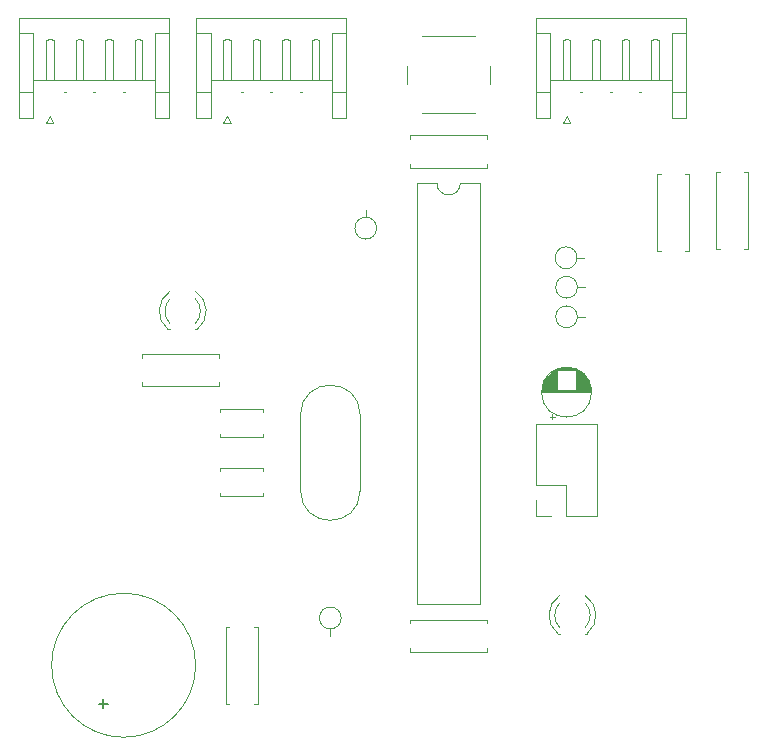
<source format=gbr>
%TF.GenerationSoftware,KiCad,Pcbnew,6.0.10-86aedd382b~118~ubuntu20.04.1*%
%TF.CreationDate,2023-02-11T18:46:26+05:30*%
%TF.ProjectId,motor controller,6d6f746f-7220-4636-9f6e-74726f6c6c65,rev?*%
%TF.SameCoordinates,Original*%
%TF.FileFunction,Legend,Top*%
%TF.FilePolarity,Positive*%
%FSLAX46Y46*%
G04 Gerber Fmt 4.6, Leading zero omitted, Abs format (unit mm)*
G04 Created by KiCad (PCBNEW 6.0.10-86aedd382b~118~ubuntu20.04.1) date 2023-02-11 18:46:26*
%MOMM*%
%LPD*%
G01*
G04 APERTURE LIST*
%ADD10C,0.150000*%
%ADD11C,0.120000*%
G04 APERTURE END LIST*
D10*
%TO.C,BZ1*%
X73271428Y-108630952D02*
X73271428Y-107869047D01*
X73652380Y-108250000D02*
X72890476Y-108250000D01*
D11*
%TO.C,R1*%
X105770000Y-62870000D02*
X99230000Y-62870000D01*
X105770000Y-62540000D02*
X105770000Y-62870000D01*
X105770000Y-60460000D02*
X105770000Y-60130000D01*
X99230000Y-62870000D02*
X99230000Y-62540000D01*
X99230000Y-60130000D02*
X99230000Y-60460000D01*
X105770000Y-60130000D02*
X99230000Y-60130000D01*
%TO.C,R3*%
X76540000Y-81040000D02*
X76540000Y-81370000D01*
X76540000Y-78960000D02*
X76540000Y-78630000D01*
X83080000Y-78630000D02*
X83080000Y-78960000D01*
X83080000Y-81370000D02*
X83080000Y-81040000D01*
X76540000Y-78630000D02*
X83080000Y-78630000D01*
X76540000Y-81370000D02*
X83080000Y-81370000D01*
%TO.C,J2*%
X122610000Y-50222500D02*
X122610000Y-58642500D01*
X112500000Y-51942500D02*
X112820000Y-52022500D01*
X119680000Y-52022500D02*
X120000000Y-51942500D01*
X115320000Y-52022500D02*
X115320000Y-55442500D01*
X109890000Y-51442500D02*
X111110000Y-51442500D01*
X122610000Y-51442500D02*
X121390000Y-51442500D01*
X111110000Y-56442500D02*
X109890000Y-56442500D01*
X120320000Y-52022500D02*
X120320000Y-55442500D01*
X120320000Y-55442500D02*
X120000000Y-55442500D01*
X115000000Y-51942500D02*
X115320000Y-52022500D01*
X112200000Y-59132500D02*
X112800000Y-59132500D01*
X120000000Y-51942500D02*
X120320000Y-52022500D01*
X109890000Y-58642500D02*
X109890000Y-50222500D01*
X117180000Y-55442500D02*
X117180000Y-52022500D01*
X111110000Y-58642500D02*
X109890000Y-58642500D01*
X112800000Y-59132500D02*
X112500000Y-58532500D01*
X111110000Y-51442500D02*
X111110000Y-56442500D01*
X114680000Y-55442500D02*
X114680000Y-52022500D01*
X112180000Y-55442500D02*
X112180000Y-52022500D01*
X114680000Y-52022500D02*
X115000000Y-51942500D01*
X112820000Y-55442500D02*
X112500000Y-55442500D01*
X112500000Y-55442500D02*
X112180000Y-55442500D01*
X113670000Y-56442500D02*
X113830000Y-56442500D01*
X118670000Y-56442500D02*
X118830000Y-56442500D01*
X117820000Y-52022500D02*
X117820000Y-55442500D01*
X117820000Y-55442500D02*
X117500000Y-55442500D01*
X121390000Y-56442500D02*
X122610000Y-56442500D01*
X117180000Y-52022500D02*
X117500000Y-51942500D01*
X112820000Y-52022500D02*
X112820000Y-55442500D01*
X117500000Y-51942500D02*
X117820000Y-52022500D01*
X121390000Y-58642500D02*
X121390000Y-56442500D01*
X112180000Y-52022500D02*
X112500000Y-51942500D01*
X112500000Y-58532500D02*
X112200000Y-59132500D01*
X115320000Y-55442500D02*
X115000000Y-55442500D01*
X109890000Y-50222500D02*
X122610000Y-50222500D01*
X119680000Y-55442500D02*
X119680000Y-52022500D01*
X121390000Y-51442500D02*
X121390000Y-56442500D01*
X116170000Y-56442500D02*
X116330000Y-56442500D01*
X117500000Y-55442500D02*
X117180000Y-55442500D01*
X115000000Y-55442500D02*
X114680000Y-55442500D01*
X111110000Y-55442500D02*
X121390000Y-55442500D01*
X122610000Y-58642500D02*
X121390000Y-58642500D01*
X120000000Y-55442500D02*
X119680000Y-55442500D01*
X111110000Y-56442500D02*
X111110000Y-58642500D01*
%TO.C,R11*%
X120130000Y-69960000D02*
X120130000Y-63420000D01*
X122870000Y-69960000D02*
X122870000Y-63420000D01*
X120460000Y-69960000D02*
X120130000Y-69960000D01*
X120130000Y-63420000D02*
X120460000Y-63420000D01*
X122870000Y-63420000D02*
X122540000Y-63420000D01*
X122540000Y-69960000D02*
X122870000Y-69960000D01*
%TO.C,R10*%
X127870000Y-63230000D02*
X127540000Y-63230000D01*
X125460000Y-69770000D02*
X125130000Y-69770000D01*
X127870000Y-69770000D02*
X127870000Y-63230000D01*
X125130000Y-69770000D02*
X125130000Y-63230000D01*
X127540000Y-69770000D02*
X127870000Y-69770000D01*
X125130000Y-63230000D02*
X125460000Y-63230000D01*
%TO.C,D2*%
X111764000Y-102330000D02*
X111920000Y-102330000D01*
X114080000Y-102330000D02*
X114236000Y-102330000D01*
X114080000Y-101810961D02*
G75*
G03*
X114079837Y-99728870I-1080000J1040961D01*
G01*
X111921392Y-99097665D02*
G75*
G03*
X111764484Y-102330000I1078608J-1672335D01*
G01*
X111920163Y-99728870D02*
G75*
G03*
X111920000Y-101810961I1079837J-1041130D01*
G01*
X114235516Y-102330000D02*
G75*
G03*
X114078608Y-99097665I-1235516J1560000D01*
G01*
%TO.C,R8*%
X113380000Y-70500000D02*
X114000000Y-70500000D01*
X113380000Y-70500000D02*
G75*
G03*
X113380000Y-70500000I-920000J0D01*
G01*
%TO.C,J5*%
X88750000Y-55442500D02*
X88430000Y-55442500D01*
X88750000Y-51942500D02*
X89070000Y-52022500D01*
X89920000Y-56442500D02*
X90080000Y-56442500D01*
X84070000Y-55442500D02*
X83750000Y-55442500D01*
X87420000Y-56442500D02*
X87580000Y-56442500D01*
X90930000Y-52022500D02*
X91250000Y-51942500D01*
X88430000Y-55442500D02*
X88430000Y-52022500D01*
X83450000Y-59132500D02*
X84050000Y-59132500D01*
X86570000Y-55442500D02*
X86250000Y-55442500D01*
X83750000Y-51942500D02*
X84070000Y-52022500D01*
X83750000Y-55442500D02*
X83430000Y-55442500D01*
X84070000Y-52022500D02*
X84070000Y-55442500D01*
X83750000Y-58532500D02*
X83450000Y-59132500D01*
X92640000Y-56442500D02*
X93860000Y-56442500D01*
X85930000Y-52022500D02*
X86250000Y-51942500D01*
X84920000Y-56442500D02*
X85080000Y-56442500D01*
X89070000Y-52022500D02*
X89070000Y-55442500D01*
X93860000Y-51442500D02*
X92640000Y-51442500D01*
X83430000Y-52022500D02*
X83750000Y-51942500D01*
X86250000Y-55442500D02*
X85930000Y-55442500D01*
X89070000Y-55442500D02*
X88750000Y-55442500D01*
X82360000Y-56442500D02*
X82360000Y-58642500D01*
X81140000Y-58642500D02*
X81140000Y-50222500D01*
X91570000Y-52022500D02*
X91570000Y-55442500D01*
X93860000Y-50222500D02*
X93860000Y-58642500D01*
X88430000Y-52022500D02*
X88750000Y-51942500D01*
X91250000Y-51942500D02*
X91570000Y-52022500D01*
X91570000Y-55442500D02*
X91250000Y-55442500D01*
X91250000Y-55442500D02*
X90930000Y-55442500D01*
X92640000Y-58642500D02*
X92640000Y-56442500D01*
X90930000Y-55442500D02*
X90930000Y-52022500D01*
X93860000Y-58642500D02*
X92640000Y-58642500D01*
X82360000Y-55442500D02*
X92640000Y-55442500D01*
X81140000Y-50222500D02*
X93860000Y-50222500D01*
X82360000Y-58642500D02*
X81140000Y-58642500D01*
X92640000Y-51442500D02*
X92640000Y-56442500D01*
X81140000Y-51442500D02*
X82360000Y-51442500D01*
X82360000Y-51442500D02*
X82360000Y-56442500D01*
X85930000Y-55442500D02*
X85930000Y-52022500D01*
X84050000Y-59132500D02*
X83750000Y-58532500D01*
X86570000Y-52022500D02*
X86570000Y-55442500D01*
X83430000Y-55442500D02*
X83430000Y-52022500D01*
X82360000Y-56442500D02*
X81140000Y-56442500D01*
X86250000Y-51942500D02*
X86570000Y-52022500D01*
%TO.C,SW1*%
X99000000Y-54250000D02*
X99000000Y-55750000D01*
X104750000Y-51750000D02*
X100250000Y-51750000D01*
X106000000Y-55750000D02*
X106000000Y-54250000D01*
X100250000Y-58250000D02*
X104750000Y-58250000D01*
%TO.C,R5*%
X92500000Y-101920000D02*
X92500000Y-102540000D01*
X93420000Y-101000000D02*
G75*
G03*
X93420000Y-101000000I-920000J0D01*
G01*
%TO.C,D1*%
X81080000Y-76575000D02*
X81236000Y-76575000D01*
X78764000Y-76575000D02*
X78920000Y-76575000D01*
X81235516Y-76575000D02*
G75*
G03*
X81078608Y-73342665I-1235516J1560000D01*
G01*
X78921392Y-73342665D02*
G75*
G03*
X78764484Y-76575000I1078608J-1672335D01*
G01*
X81080000Y-76055961D02*
G75*
G03*
X81079837Y-73973870I-1080000J1040961D01*
G01*
X78920163Y-73973870D02*
G75*
G03*
X78920000Y-76055961I1079837J-1041130D01*
G01*
%TO.C,R9*%
X95500000Y-67080000D02*
X95500000Y-66460000D01*
X96420000Y-68000000D02*
G75*
G03*
X96420000Y-68000000I-920000J0D01*
G01*
%TO.C,C1*%
X110740000Y-80750980D02*
X111660000Y-80750980D01*
X113340000Y-81271980D02*
X114494000Y-81271980D01*
X113340000Y-81150980D02*
X114454000Y-81150980D01*
X110450000Y-81511980D02*
X111660000Y-81511980D01*
X113340000Y-81351980D02*
X114516000Y-81351980D01*
X111963000Y-79830980D02*
X113037000Y-79830980D01*
X110433000Y-81631980D02*
X111660000Y-81631980D01*
X110506000Y-81271980D02*
X111660000Y-81271980D01*
X111420000Y-80070980D02*
X111660000Y-80070980D01*
X110948000Y-80470980D02*
X111660000Y-80470980D01*
X110792000Y-80670980D02*
X111660000Y-80670980D01*
X113340000Y-80630980D02*
X114180000Y-80630980D01*
X111062000Y-80350980D02*
X111660000Y-80350980D01*
X110765000Y-80710980D02*
X111660000Y-80710980D01*
X111560000Y-79990980D02*
X113440000Y-79990980D01*
X111196000Y-80230980D02*
X111660000Y-80230980D01*
X113340000Y-80790980D02*
X114285000Y-80790980D01*
X113340000Y-80830980D02*
X114308000Y-80830980D01*
X113340000Y-80270980D02*
X113851000Y-80270980D01*
X110593000Y-81030980D02*
X111660000Y-81030980D01*
X113340000Y-81311980D02*
X114505000Y-81311980D01*
X113340000Y-81431980D02*
X114534000Y-81431980D01*
X113340000Y-80990980D02*
X114389000Y-80990980D01*
X110532000Y-81191980D02*
X111660000Y-81191980D01*
X110466000Y-81431980D02*
X111660000Y-81431980D01*
X113340000Y-80750980D02*
X114260000Y-80750980D01*
X110420000Y-81831980D02*
X114580000Y-81831980D01*
X110518000Y-81231980D02*
X111660000Y-81231980D01*
X110495000Y-81311980D02*
X111660000Y-81311980D01*
X113340000Y-81391980D02*
X114525000Y-81391980D01*
X110546000Y-81150980D02*
X111660000Y-81150980D01*
X113340000Y-81191980D02*
X114468000Y-81191980D01*
X111104000Y-80310980D02*
X111660000Y-80310980D01*
X111149000Y-80270980D02*
X111660000Y-80270980D01*
X113340000Y-80670980D02*
X114208000Y-80670980D01*
X113340000Y-81030980D02*
X114407000Y-81030980D01*
X113340000Y-80070980D02*
X113580000Y-80070980D01*
X111732000Y-79910980D02*
X113268000Y-79910980D01*
X111836000Y-79870980D02*
X113164000Y-79870980D01*
X111246000Y-80190980D02*
X111660000Y-80190980D01*
X113340000Y-80390980D02*
X113978000Y-80390980D01*
X113340000Y-80910980D02*
X114351000Y-80910980D01*
X110438000Y-81591980D02*
X111660000Y-81591980D01*
X110484000Y-81351980D02*
X111660000Y-81351980D01*
X113340000Y-81070980D02*
X114424000Y-81070980D01*
X113340000Y-80710980D02*
X114235000Y-80710980D01*
X113340000Y-80550980D02*
X114119000Y-80550980D01*
X113340000Y-80110980D02*
X113642000Y-80110980D01*
X111358000Y-80110980D02*
X111660000Y-80110980D01*
X113340000Y-81671980D02*
X114571000Y-81671980D01*
X113340000Y-80150980D02*
X113700000Y-80150980D01*
X113340000Y-80350980D02*
X113938000Y-80350980D01*
X110426000Y-81711980D02*
X114574000Y-81711980D01*
X110715000Y-80790980D02*
X111660000Y-80790980D01*
X110576000Y-81070980D02*
X111660000Y-81070980D01*
X110820000Y-80630980D02*
X111660000Y-80630980D01*
X111305000Y-84141781D02*
X111305000Y-83741781D01*
X113340000Y-81471980D02*
X114542000Y-81471980D01*
X113340000Y-81511980D02*
X114550000Y-81511980D01*
X110420000Y-81871980D02*
X114580000Y-81871980D01*
X110630000Y-80950980D02*
X111660000Y-80950980D01*
X110850000Y-80590980D02*
X111660000Y-80590980D01*
X113340000Y-81551980D02*
X114556000Y-81551980D01*
X113340000Y-80470980D02*
X114052000Y-80470980D01*
X113340000Y-80590980D02*
X114150000Y-80590980D01*
X111641000Y-79950980D02*
X113359000Y-79950980D01*
X113340000Y-80950980D02*
X114370000Y-80950980D01*
X113340000Y-80430980D02*
X114016000Y-80430980D01*
X113340000Y-80510980D02*
X114087000Y-80510980D01*
X110475000Y-81391980D02*
X111660000Y-81391980D01*
X113340000Y-81631980D02*
X114567000Y-81631980D01*
X113340000Y-81591980D02*
X114562000Y-81591980D01*
X111105000Y-83941781D02*
X111505000Y-83941781D01*
X110423000Y-81751980D02*
X114577000Y-81751980D01*
X111022000Y-80390980D02*
X111660000Y-80390980D01*
X110429000Y-81671980D02*
X111660000Y-81671980D01*
X110984000Y-80430980D02*
X111660000Y-80430980D01*
X113340000Y-80870980D02*
X114330000Y-80870980D01*
X110913000Y-80510980D02*
X111660000Y-80510980D01*
X110458000Y-81471980D02*
X111660000Y-81471980D01*
X110881000Y-80550980D02*
X111660000Y-80550980D01*
X111487000Y-80030980D02*
X113513000Y-80030980D01*
X113340000Y-81231980D02*
X114482000Y-81231980D01*
X113340000Y-81110980D02*
X114440000Y-81110980D01*
X111300000Y-80150980D02*
X111660000Y-80150980D01*
X113340000Y-80230980D02*
X113804000Y-80230980D01*
X112130000Y-79790980D02*
X112870000Y-79790980D01*
X110560000Y-81110980D02*
X111660000Y-81110980D01*
X110670000Y-80870980D02*
X111660000Y-80870980D01*
X110421000Y-81791980D02*
X114579000Y-81791980D01*
X113340000Y-80310980D02*
X113896000Y-80310980D01*
X113340000Y-80190980D02*
X113754000Y-80190980D01*
X110444000Y-81551980D02*
X111660000Y-81551980D01*
X110611000Y-80990980D02*
X111660000Y-80990980D01*
X110649000Y-80910980D02*
X111660000Y-80910980D01*
X110692000Y-80830980D02*
X111660000Y-80830980D01*
X114620000Y-81871980D02*
G75*
G03*
X114620000Y-81871980I-2120000J0D01*
G01*
%TO.C,Y1*%
X95025000Y-90210000D02*
X95025000Y-83810000D01*
X89975000Y-90210000D02*
X89975000Y-83810000D01*
X95025000Y-83810000D02*
G75*
G03*
X89975000Y-83810000I-2525000J0D01*
G01*
X89975000Y-90210000D02*
G75*
G03*
X95025000Y-90210000I2525000J0D01*
G01*
%TO.C,R4*%
X99230000Y-103870000D02*
X99230000Y-103540000D01*
X99230000Y-101130000D02*
X99230000Y-101460000D01*
X105770000Y-101130000D02*
X99230000Y-101130000D01*
X105770000Y-103540000D02*
X105770000Y-103870000D01*
X105770000Y-101460000D02*
X105770000Y-101130000D01*
X105770000Y-103870000D02*
X99230000Y-103870000D01*
%TO.C,BZ1*%
X81100000Y-105000000D02*
G75*
G03*
X81100000Y-105000000I-6100000J0D01*
G01*
%TO.C,C2*%
X86820000Y-85670000D02*
X83180000Y-85670000D01*
X86820000Y-83330000D02*
X83180000Y-83330000D01*
X86820000Y-83575000D02*
X86820000Y-83330000D01*
X83180000Y-85670000D02*
X83180000Y-85425000D01*
X83180000Y-83575000D02*
X83180000Y-83330000D01*
X86820000Y-85670000D02*
X86820000Y-85425000D01*
%TO.C,C3*%
X86820000Y-90670000D02*
X86820000Y-90425000D01*
X83180000Y-90670000D02*
X83180000Y-90425000D01*
X86820000Y-88575000D02*
X86820000Y-88330000D01*
X86820000Y-90670000D02*
X83180000Y-90670000D01*
X83180000Y-88575000D02*
X83180000Y-88330000D01*
X86820000Y-88330000D02*
X83180000Y-88330000D01*
%TO.C,J4*%
X68430000Y-55442500D02*
X68430000Y-52022500D01*
X74920000Y-56442500D02*
X75080000Y-56442500D01*
X67360000Y-51442500D02*
X67360000Y-56442500D01*
X66140000Y-51442500D02*
X67360000Y-51442500D01*
X68750000Y-58532500D02*
X68450000Y-59132500D01*
X76250000Y-55442500D02*
X75930000Y-55442500D01*
X66140000Y-50222500D02*
X78860000Y-50222500D01*
X68750000Y-55442500D02*
X68430000Y-55442500D01*
X66140000Y-58642500D02*
X66140000Y-50222500D01*
X67360000Y-56442500D02*
X67360000Y-58642500D01*
X69050000Y-59132500D02*
X68750000Y-58532500D01*
X78860000Y-50222500D02*
X78860000Y-58642500D01*
X67360000Y-56442500D02*
X66140000Y-56442500D01*
X74070000Y-52022500D02*
X74070000Y-55442500D01*
X68430000Y-52022500D02*
X68750000Y-51942500D01*
X71570000Y-52022500D02*
X71570000Y-55442500D01*
X72420000Y-56442500D02*
X72580000Y-56442500D01*
X73750000Y-55442500D02*
X73430000Y-55442500D01*
X77640000Y-58642500D02*
X77640000Y-56442500D01*
X75930000Y-55442500D02*
X75930000Y-52022500D01*
X73750000Y-51942500D02*
X74070000Y-52022500D01*
X77640000Y-56442500D02*
X78860000Y-56442500D01*
X76570000Y-55442500D02*
X76250000Y-55442500D01*
X77640000Y-51442500D02*
X77640000Y-56442500D01*
X76250000Y-51942500D02*
X76570000Y-52022500D01*
X69070000Y-52022500D02*
X69070000Y-55442500D01*
X73430000Y-55442500D02*
X73430000Y-52022500D01*
X71570000Y-55442500D02*
X71250000Y-55442500D01*
X67360000Y-55442500D02*
X77640000Y-55442500D01*
X74070000Y-55442500D02*
X73750000Y-55442500D01*
X78860000Y-51442500D02*
X77640000Y-51442500D01*
X69920000Y-56442500D02*
X70080000Y-56442500D01*
X69070000Y-55442500D02*
X68750000Y-55442500D01*
X73430000Y-52022500D02*
X73750000Y-51942500D01*
X68450000Y-59132500D02*
X69050000Y-59132500D01*
X71250000Y-51942500D02*
X71570000Y-52022500D01*
X68750000Y-51942500D02*
X69070000Y-52022500D01*
X70930000Y-55442500D02*
X70930000Y-52022500D01*
X67360000Y-58642500D02*
X66140000Y-58642500D01*
X76570000Y-52022500D02*
X76570000Y-55442500D01*
X70930000Y-52022500D02*
X71250000Y-51942500D01*
X75930000Y-52022500D02*
X76250000Y-51942500D01*
X71250000Y-55442500D02*
X70930000Y-55442500D01*
X78860000Y-58642500D02*
X77640000Y-58642500D01*
%TO.C,R6*%
X113420000Y-75500000D02*
X114040000Y-75500000D01*
X113420000Y-75500000D02*
G75*
G03*
X113420000Y-75500000I-920000J0D01*
G01*
%TO.C,R2*%
X83960000Y-108270000D02*
X83630000Y-108270000D01*
X86370000Y-108270000D02*
X86370000Y-101730000D01*
X86370000Y-101730000D02*
X86040000Y-101730000D01*
X83630000Y-101730000D02*
X83960000Y-101730000D01*
X86040000Y-108270000D02*
X86370000Y-108270000D01*
X83630000Y-108270000D02*
X83630000Y-101730000D01*
%TO.C,J1*%
X111210000Y-92330000D02*
X109880000Y-92330000D01*
X112480000Y-89730000D02*
X109880000Y-89730000D01*
X109880000Y-92330000D02*
X109880000Y-91000000D01*
X109880000Y-89730000D02*
X109880000Y-84590000D01*
X115080000Y-84590000D02*
X109880000Y-84590000D01*
X115080000Y-92330000D02*
X112480000Y-92330000D01*
X112480000Y-92330000D02*
X112480000Y-89730000D01*
X115080000Y-92330000D02*
X115080000Y-84590000D01*
%TO.C,R7*%
X113420000Y-73000000D02*
X114040000Y-73000000D01*
X113420000Y-73000000D02*
G75*
G03*
X113420000Y-73000000I-920000J0D01*
G01*
%TO.C,U1*%
X99860000Y-99850000D02*
X105160000Y-99850000D01*
X105160000Y-99850000D02*
X105160000Y-64170000D01*
X105160000Y-64170000D02*
X103510000Y-64170000D01*
X101510000Y-64170000D02*
X99860000Y-64170000D01*
X99860000Y-64170000D02*
X99860000Y-99850000D01*
X101510000Y-64170000D02*
G75*
G03*
X103510000Y-64170000I1000000J0D01*
G01*
%TD*%
M02*

</source>
